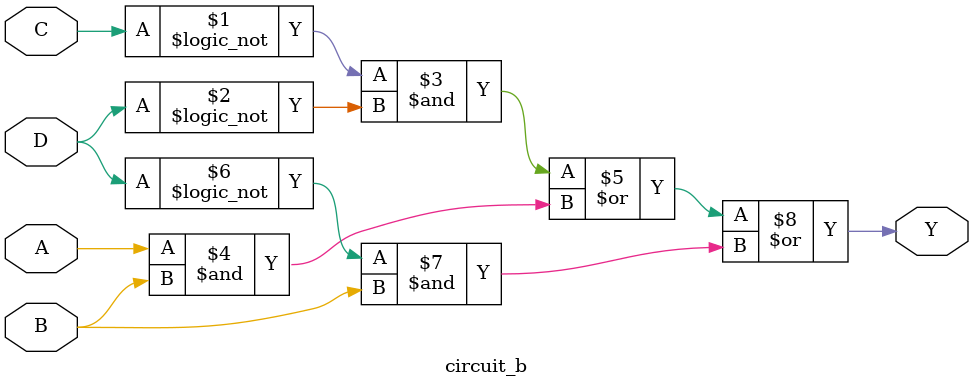
<source format=v>
module circuit_b(
    // Declare inputs
    input A,B,C,D,
    // Declare Y output
    output Y
);

    // Enter logic equation here
    assign Y = (!C&!D)|(A&B)|(!D&B);

endmodule

</source>
